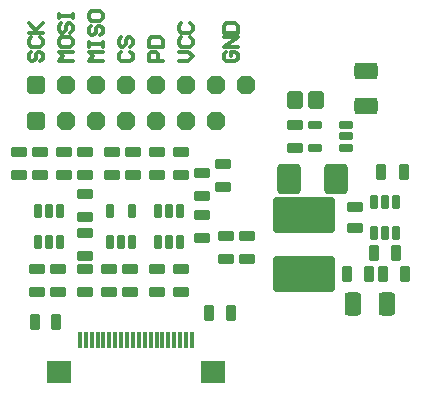
<source format=gts>
G04*
G04 #@! TF.GenerationSoftware,Altium Limited,Altium Designer,22.3.1 (43)*
G04*
G04 Layer_Color=8388736*
%FSLAX25Y25*%
%MOIN*%
G70*
G04*
G04 #@! TF.SameCoordinates,86CE2B45-03AC-4702-9D3B-54DB2B16A980*
G04*
G04*
G04 #@! TF.FilePolarity,Negative*
G04*
G01*
G75*
%ADD10C,0.01181*%
G04:AMPARAMS|DCode=11|XSize=122.11mil|YSize=208.72mil|CornerRadius=13.81mil|HoleSize=0mil|Usage=FLASHONLY|Rotation=90.000|XOffset=0mil|YOffset=0mil|HoleType=Round|Shape=RoundedRectangle|*
%AMROUNDEDRECTD11*
21,1,0.12211,0.18110,0,0,90.0*
21,1,0.09449,0.20872,0,0,90.0*
1,1,0.02762,0.09055,0.04724*
1,1,0.02762,0.09055,-0.04724*
1,1,0.02762,-0.09055,-0.04724*
1,1,0.02762,-0.09055,0.04724*
%
%ADD11ROUNDEDRECTD11*%
G04:AMPARAMS|DCode=12|XSize=76.84mil|YSize=55.18mil|CornerRadius=9.68mil|HoleSize=0mil|Usage=FLASHONLY|Rotation=0.000|XOffset=0mil|YOffset=0mil|HoleType=Round|Shape=RoundedRectangle|*
%AMROUNDEDRECTD12*
21,1,0.07684,0.03583,0,0,0.0*
21,1,0.05748,0.05518,0,0,0.0*
1,1,0.01935,0.02874,-0.01791*
1,1,0.01935,-0.02874,-0.01791*
1,1,0.01935,-0.02874,0.01791*
1,1,0.01935,0.02874,0.01791*
%
%ADD12ROUNDEDRECTD12*%
G04:AMPARAMS|DCode=13|XSize=78.8mil|YSize=102.43mil|CornerRadius=13.22mil|HoleSize=0mil|Usage=FLASHONLY|Rotation=180.000|XOffset=0mil|YOffset=0mil|HoleType=Round|Shape=RoundedRectangle|*
%AMROUNDEDRECTD13*
21,1,0.07880,0.07598,0,0,180.0*
21,1,0.05236,0.10243,0,0,180.0*
1,1,0.02644,-0.02618,0.03799*
1,1,0.02644,0.02618,0.03799*
1,1,0.02644,0.02618,-0.03799*
1,1,0.02644,-0.02618,-0.03799*
%
%ADD13ROUNDEDRECTD13*%
G04:AMPARAMS|DCode=14|XSize=53.21mil|YSize=31.56mil|CornerRadius=4.76mil|HoleSize=0mil|Usage=FLASHONLY|Rotation=0.000|XOffset=0mil|YOffset=0mil|HoleType=Round|Shape=RoundedRectangle|*
%AMROUNDEDRECTD14*
21,1,0.05321,0.02205,0,0,0.0*
21,1,0.04370,0.03156,0,0,0.0*
1,1,0.00951,0.02185,-0.01102*
1,1,0.00951,-0.02185,-0.01102*
1,1,0.00951,-0.02185,0.01102*
1,1,0.00951,0.02185,0.01102*
%
%ADD14ROUNDEDRECTD14*%
G04:AMPARAMS|DCode=15|XSize=27.62mil|YSize=47.31mil|CornerRadius=7.91mil|HoleSize=0mil|Usage=FLASHONLY|Rotation=0.000|XOffset=0mil|YOffset=0mil|HoleType=Round|Shape=RoundedRectangle|*
%AMROUNDEDRECTD15*
21,1,0.02762,0.03150,0,0,0.0*
21,1,0.01181,0.04731,0,0,0.0*
1,1,0.01581,0.00591,-0.01575*
1,1,0.01581,-0.00591,-0.01575*
1,1,0.01581,-0.00591,0.01575*
1,1,0.01581,0.00591,0.01575*
%
%ADD15ROUNDEDRECTD15*%
G04:AMPARAMS|DCode=16|XSize=53.21mil|YSize=35.5mil|CornerRadius=5.15mil|HoleSize=0mil|Usage=FLASHONLY|Rotation=90.000|XOffset=0mil|YOffset=0mil|HoleType=Round|Shape=RoundedRectangle|*
%AMROUNDEDRECTD16*
21,1,0.05321,0.02520,0,0,90.0*
21,1,0.04291,0.03550,0,0,90.0*
1,1,0.01030,0.01260,0.02146*
1,1,0.01030,0.01260,-0.02146*
1,1,0.01030,-0.01260,-0.02146*
1,1,0.01030,-0.01260,0.02146*
%
%ADD16ROUNDEDRECTD16*%
G04:AMPARAMS|DCode=17|XSize=53.21mil|YSize=35.5mil|CornerRadius=5.15mil|HoleSize=0mil|Usage=FLASHONLY|Rotation=180.000|XOffset=0mil|YOffset=0mil|HoleType=Round|Shape=RoundedRectangle|*
%AMROUNDEDRECTD17*
21,1,0.05321,0.02520,0,0,180.0*
21,1,0.04291,0.03550,0,0,180.0*
1,1,0.01030,-0.02146,0.01260*
1,1,0.01030,0.02146,0.01260*
1,1,0.01030,0.02146,-0.01260*
1,1,0.01030,-0.02146,-0.01260*
%
%ADD17ROUNDEDRECTD17*%
G04:AMPARAMS|DCode=18|XSize=76.84mil|YSize=55.18mil|CornerRadius=9.68mil|HoleSize=0mil|Usage=FLASHONLY|Rotation=270.000|XOffset=0mil|YOffset=0mil|HoleType=Round|Shape=RoundedRectangle|*
%AMROUNDEDRECTD18*
21,1,0.07684,0.03583,0,0,270.0*
21,1,0.05748,0.05518,0,0,270.0*
1,1,0.01935,-0.01791,-0.02874*
1,1,0.01935,-0.01791,0.02874*
1,1,0.01935,0.01791,0.02874*
1,1,0.01935,0.01791,-0.02874*
%
%ADD18ROUNDEDRECTD18*%
G04:AMPARAMS|DCode=19|XSize=53.21mil|YSize=31.56mil|CornerRadius=4.76mil|HoleSize=0mil|Usage=FLASHONLY|Rotation=270.000|XOffset=0mil|YOffset=0mil|HoleType=Round|Shape=RoundedRectangle|*
%AMROUNDEDRECTD19*
21,1,0.05321,0.02205,0,0,270.0*
21,1,0.04370,0.03156,0,0,270.0*
1,1,0.00951,-0.01102,-0.02185*
1,1,0.00951,-0.01102,0.02185*
1,1,0.00951,0.01102,0.02185*
1,1,0.00951,0.01102,-0.02185*
%
%ADD19ROUNDEDRECTD19*%
G04:AMPARAMS|DCode=20|XSize=27.62mil|YSize=47.31mil|CornerRadius=4.36mil|HoleSize=0mil|Usage=FLASHONLY|Rotation=180.000|XOffset=0mil|YOffset=0mil|HoleType=Round|Shape=RoundedRectangle|*
%AMROUNDEDRECTD20*
21,1,0.02762,0.03858,0,0,180.0*
21,1,0.01890,0.04731,0,0,180.0*
1,1,0.00872,-0.00945,0.01929*
1,1,0.00872,0.00945,0.01929*
1,1,0.00872,0.00945,-0.01929*
1,1,0.00872,-0.00945,-0.01929*
%
%ADD20ROUNDEDRECTD20*%
G04:AMPARAMS|DCode=21|XSize=61.09mil|YSize=53.21mil|CornerRadius=11.84mil|HoleSize=0mil|Usage=FLASHONLY|Rotation=90.000|XOffset=0mil|YOffset=0mil|HoleType=Round|Shape=RoundedRectangle|*
%AMROUNDEDRECTD21*
21,1,0.06109,0.02953,0,0,90.0*
21,1,0.03740,0.05321,0,0,90.0*
1,1,0.02368,0.01476,0.01870*
1,1,0.02368,0.01476,-0.01870*
1,1,0.02368,-0.01476,-0.01870*
1,1,0.02368,-0.01476,0.01870*
%
%ADD21ROUNDEDRECTD21*%
G04:AMPARAMS|DCode=22|XSize=27.62mil|YSize=47.31mil|CornerRadius=4.36mil|HoleSize=0mil|Usage=FLASHONLY|Rotation=270.000|XOffset=0mil|YOffset=0mil|HoleType=Round|Shape=RoundedRectangle|*
%AMROUNDEDRECTD22*
21,1,0.02762,0.03858,0,0,270.0*
21,1,0.01890,0.04731,0,0,270.0*
1,1,0.00872,-0.01929,-0.00945*
1,1,0.00872,-0.01929,0.00945*
1,1,0.00872,0.01929,0.00945*
1,1,0.00872,0.01929,-0.00945*
%
%ADD22ROUNDEDRECTD22*%
%ADD23R,0.01581X0.05518*%
%ADD24R,0.08274X0.07487*%
%ADD25P,0.06825X8X22.5*%
G04:AMPARAMS|DCode=26|XSize=63.06mil|YSize=63.06mil|CornerRadius=16.76mil|HoleSize=0mil|Usage=FLASHONLY|Rotation=0.000|XOffset=0mil|YOffset=0mil|HoleType=Round|Shape=RoundedRectangle|*
%AMROUNDEDRECTD26*
21,1,0.06306,0.02953,0,0,0.0*
21,1,0.02953,0.06306,0,0,0.0*
1,1,0.03353,0.01476,-0.01476*
1,1,0.03353,-0.01476,-0.01476*
1,1,0.03353,-0.01476,0.01476*
1,1,0.03353,0.01476,0.01476*
%
%ADD26ROUNDEDRECTD26*%
%ADD27C,0.00400*%
D10*
X78426Y121330D02*
X77639Y120543D01*
Y118968D01*
X78426Y118181D01*
X81574D01*
X82361Y118968D01*
Y120543D01*
X81574Y121330D01*
X80000D01*
Y119755D01*
X82361Y122904D02*
X77639D01*
X82361Y126053D01*
X77639D01*
Y127627D02*
X82361D01*
Y129988D01*
X81574Y130775D01*
X78426D01*
X77639Y129988D01*
Y127627D01*
X62639Y118181D02*
X65787D01*
X67361Y119755D01*
X65787Y121330D01*
X62639D01*
X63426Y126053D02*
X62639Y125265D01*
Y123691D01*
X63426Y122904D01*
X66574D01*
X67361Y123691D01*
Y125265D01*
X66574Y126053D01*
X63426Y130775D02*
X62639Y129988D01*
Y128414D01*
X63426Y127627D01*
X66574D01*
X67361Y128414D01*
Y129988D01*
X66574Y130775D01*
X57361Y118181D02*
X52639D01*
Y120543D01*
X53426Y121330D01*
X55000D01*
X55787Y120543D01*
Y118181D01*
X52639Y122904D02*
X57361D01*
Y125265D01*
X56574Y126053D01*
X53426D01*
X52639Y125265D01*
Y122904D01*
X43426Y121330D02*
X42639Y120543D01*
Y118968D01*
X43426Y118181D01*
X46574D01*
X47361Y118968D01*
Y120543D01*
X46574Y121330D01*
X43426Y126053D02*
X42639Y125265D01*
Y123691D01*
X43426Y122904D01*
X44213D01*
X45000Y123691D01*
Y125265D01*
X45787Y126053D01*
X46574D01*
X47361Y125265D01*
Y123691D01*
X46574Y122904D01*
X37361Y118181D02*
X32639D01*
X34213Y119755D01*
X32639Y121330D01*
X37361D01*
X32639Y122904D02*
Y124478D01*
Y123691D01*
X37361D01*
Y122904D01*
Y124478D01*
X33426Y129988D02*
X32639Y129201D01*
Y127627D01*
X33426Y126840D01*
X34213D01*
X35000Y127627D01*
Y129201D01*
X35787Y129988D01*
X36574D01*
X37361Y129201D01*
Y127627D01*
X36574Y126840D01*
X32639Y133924D02*
Y132350D01*
X33426Y131563D01*
X36574D01*
X37361Y132350D01*
Y133924D01*
X36574Y134711D01*
X33426D01*
X32639Y133924D01*
X27361Y118181D02*
X22639D01*
X24213Y119755D01*
X22639Y121330D01*
X27361D01*
X22639Y125265D02*
Y123691D01*
X23426Y122904D01*
X26574D01*
X27361Y123691D01*
Y125265D01*
X26574Y126053D01*
X23426D01*
X22639Y125265D01*
X23426Y130775D02*
X22639Y129988D01*
Y128414D01*
X23426Y127627D01*
X24213D01*
X25000Y128414D01*
Y129988D01*
X25787Y130775D01*
X26574D01*
X27361Y129988D01*
Y128414D01*
X26574Y127627D01*
X22639Y132350D02*
Y133924D01*
Y133137D01*
X27361D01*
Y132350D01*
Y133924D01*
X13426Y121330D02*
X12639Y120543D01*
Y118968D01*
X13426Y118181D01*
X14213D01*
X15000Y118968D01*
Y120543D01*
X15787Y121330D01*
X16574D01*
X17361Y120543D01*
Y118968D01*
X16574Y118181D01*
X13426Y126053D02*
X12639Y125265D01*
Y123691D01*
X13426Y122904D01*
X16574D01*
X17361Y123691D01*
Y125265D01*
X16574Y126053D01*
X12639Y127627D02*
X17361D01*
X15787D01*
X12639Y130775D01*
X15000Y128414D01*
X17361Y130775D01*
D11*
X104378Y66843D02*
D03*
Y47157D02*
D03*
D12*
X125000Y103291D02*
D03*
Y114709D02*
D03*
D13*
X115252Y78969D02*
D03*
X99504D02*
D03*
D14*
X16378Y80260D02*
D03*
X9378Y80260D02*
D03*
X15378Y48740D02*
D03*
X63378Y80260D02*
D03*
X70378Y80740D02*
D03*
X46378Y48740D02*
D03*
Y41260D02*
D03*
X22378Y48740D02*
D03*
Y41260D02*
D03*
X16378Y87740D02*
D03*
X24378D02*
D03*
Y80260D02*
D03*
X70378Y66740D02*
D03*
Y59260D02*
D03*
X31378Y60740D02*
D03*
Y53260D02*
D03*
X40378Y80260D02*
D03*
Y87740D02*
D03*
X101378Y89260D02*
D03*
Y96740D02*
D03*
X9378Y87740D02*
D03*
X15378Y41260D02*
D03*
X77378Y76260D02*
D03*
Y83740D02*
D03*
X55378Y80260D02*
D03*
Y87740D02*
D03*
Y41260D02*
D03*
Y48740D02*
D03*
X63378Y87740D02*
D03*
Y41260D02*
D03*
Y48740D02*
D03*
X70378Y73260D02*
D03*
X31378Y41260D02*
D03*
Y48740D02*
D03*
X47378Y80260D02*
D03*
Y87740D02*
D03*
X78378Y59740D02*
D03*
Y52260D02*
D03*
X85378Y59740D02*
D03*
Y52260D02*
D03*
X31378Y80260D02*
D03*
X39378Y48740D02*
D03*
Y41260D02*
D03*
X31378Y87740D02*
D03*
Y66260D02*
D03*
Y73740D02*
D03*
D15*
X15638Y68118D02*
D03*
Y57882D02*
D03*
X23118Y68118D02*
D03*
X55638Y57882D02*
D03*
X127638Y60882D02*
D03*
Y71118D02*
D03*
X131378D02*
D03*
X135118D02*
D03*
Y60882D02*
D03*
X63118Y68118D02*
D03*
Y57882D02*
D03*
X23118D02*
D03*
X19378D02*
D03*
Y68118D02*
D03*
X131378Y60882D02*
D03*
X59378Y57882D02*
D03*
X55638Y68118D02*
D03*
X59378D02*
D03*
D16*
X21921Y31000D02*
D03*
X14835D02*
D03*
D17*
X121378Y69543D02*
D03*
Y62457D02*
D03*
D18*
X132087Y37000D02*
D03*
X120669D02*
D03*
D19*
X72638Y34000D02*
D03*
X80118D02*
D03*
X137740Y81000D02*
D03*
X130260D02*
D03*
X118638Y47000D02*
D03*
X126118D02*
D03*
X130638D02*
D03*
X138118D02*
D03*
X135118Y54000D02*
D03*
X127638D02*
D03*
D20*
X43378Y57882D02*
D03*
X39638Y68118D02*
D03*
X47118D02*
D03*
Y57882D02*
D03*
X39638D02*
D03*
D21*
X108445Y105000D02*
D03*
X101555D02*
D03*
D22*
X118496Y96740D02*
D03*
Y89260D02*
D03*
X108260D02*
D03*
Y96740D02*
D03*
X118496Y93000D02*
D03*
D23*
X63205Y25189D02*
D03*
X61236D02*
D03*
X59268D02*
D03*
X57299D02*
D03*
X55331D02*
D03*
X53362D02*
D03*
X51394D02*
D03*
X49425D02*
D03*
X47457D02*
D03*
X41551D02*
D03*
X39583D02*
D03*
X37614D02*
D03*
X35646D02*
D03*
X33677D02*
D03*
X31709D02*
D03*
X29740D02*
D03*
X43520D02*
D03*
X45488D02*
D03*
X65173D02*
D03*
X67142D02*
D03*
D24*
X22654Y14362D02*
D03*
X74228D02*
D03*
D25*
X65000Y110000D02*
D03*
X25000D02*
D03*
X35000D02*
D03*
X45000D02*
D03*
X55000D02*
D03*
X75000D02*
D03*
X85000D02*
D03*
X75000Y98000D02*
D03*
X55000D02*
D03*
X45000D02*
D03*
X35000D02*
D03*
X25000D02*
D03*
X65000D02*
D03*
D26*
X15000Y110000D02*
D03*
Y98000D02*
D03*
D27*
X106299Y15748D02*
D03*
M02*

</source>
